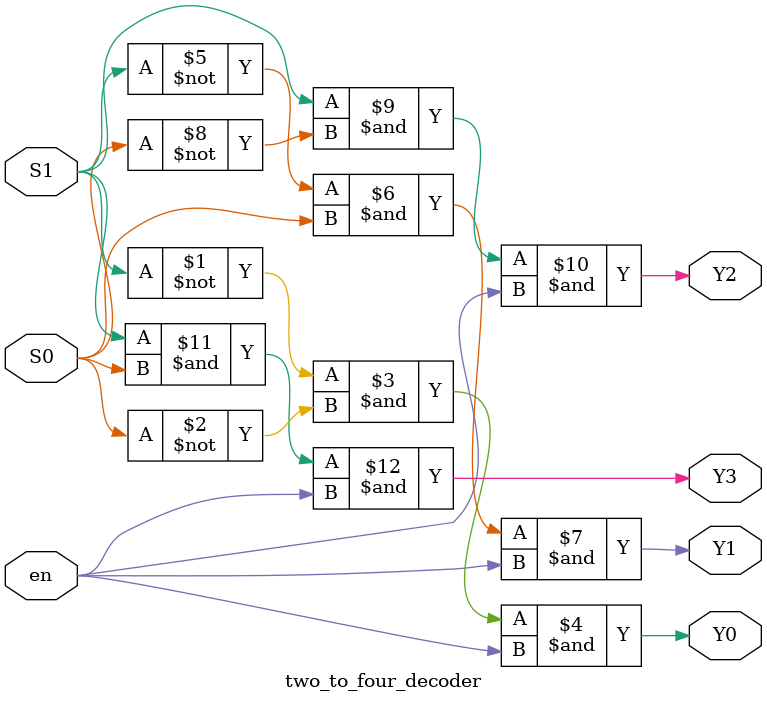
<source format=v>
module two_to_four_decoder(input S1, input S0, input en, output Y3, output Y2, output Y1, output Y0);

    assign Y0 = (~S1) & (~S0) & en;
    assign Y1 = (~S1) & S0 & en;
    assign Y2 = S1 & (~ S0) & en;
    assign Y3 = S1 & S0 & en;

endmodule
</source>
